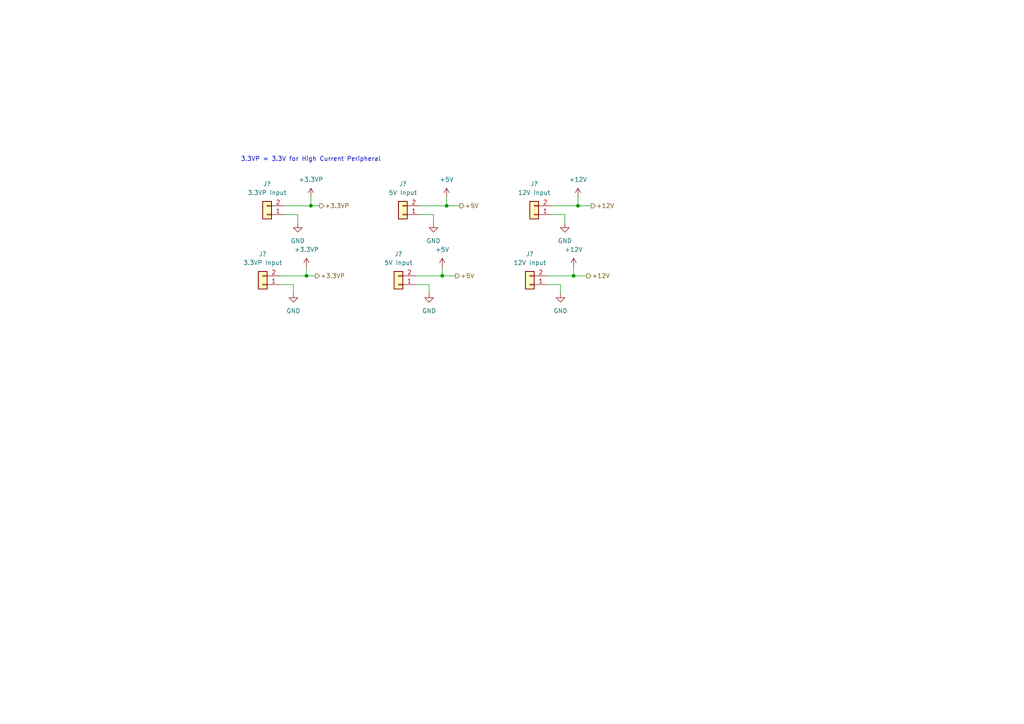
<source format=kicad_sch>
(kicad_sch (version 20211123) (generator eeschema)
  (paper "A4")
  (lib_symbols
    (symbol "Connector_Generic:Conn_01x02" (pin_names (offset 1.016) hide)
      (property "Reference" "J" (at 0 2.54 0))
      (property "Value" "Conn_01x02" (at 0 -5.08 0))
      (symbol "Conn_01x02_1_1"
        (rectangle (start -1.27 -2.413) (end 0 -2.667) (stroke (width 0.1524)))
        (rectangle (start -1.27 0.127) (end 0 -0.127) (stroke (width 0.1524)))
        (rectangle (start -1.27 1.27) (end 1.27 -3.81) (stroke (width 0.254)) (fill (type background)))
        (pin passive line (at -5.08 0 0) (length 3.81) (name "Pin_1") (number "1"))
        (pin passive line (at -5.08 -2.54 0) (length 3.81) (name "Pin_2") (number "2"))
      )
    )
    (symbol "power:+12V" (power) (pin_names (offset 0))
      (property "Value" "+12V" (at 0 3.556 0))
      (symbol "+12V_0_1"
        (polyline (pts (xy -0.762 1.27) (xy 0 2.54)))
        (polyline (pts (xy 0 0) (xy 0 2.54)))
        (polyline (pts (xy 0 2.54) (xy 0.762 1.27)))
      )
      (symbol "+12V_1_1"
        (pin power_in line (at 0 0 90) (length 0) hide (name "+12V") (number "1"))
      )
    )
    (symbol "power:+3.3VP" (power) (pin_names (offset 0))
      (property "Value" "+3.3VP" (at 0 2.54 0))
      (symbol "+3.3VP_0_0"
        (pin power_in line (at 0 0 90) (length 0) hide (name "+3.3VP") (number "1"))
      )
      (symbol "+3.3VP_0_1"
        (polyline (pts (xy -0.762 1.27) (xy 0 2.54)))
        (polyline (pts (xy 0 0) (xy 0 2.54)))
        (polyline (pts (xy 0 2.54) (xy 0.762 1.27)))
      )
    )
    (symbol "power:+5V" (power) (pin_names (offset 0))
      (property "Value" "+5V" (at 0 3.556 0))
      (symbol "+5V_0_1"
        (polyline (pts (xy -0.762 1.27) (xy 0 2.54)))
        (polyline (pts (xy 0 0) (xy 0 2.54)))
        (polyline (pts (xy 0 2.54) (xy 0.762 1.27)))
      )
      (symbol "+5V_1_1"
        (pin power_in line (at 0 0 90) (length 0) hide (name "+5V") (number "1"))
      )
    )
    (symbol "power:GND" (power) (pin_names (offset 0))
      (property "Value" "GND" (at 0 -3.81 0))
      (symbol "GND_0_1"
        (polyline (pts (xy 0 0) (xy 0 -1.27) (xy 1.27 -1.27) (xy 0 -2.54) (xy -1.27 -1.27) (xy 0 -1.27)))
      )
      (symbol "GND_1_1"
        (pin power_in line (at 0 0 270) (length 0) hide (name "GND") (number "1"))
      )
    )
  )
  (junction (at 166.37 80.01))
  (junction (at 167.64 59.69))
  (junction (at 128.27 80.01))
  (junction (at 129.54 59.69))
  (junction (at 88.9 80.01))
  (junction (at 90.17 59.69))
  (wire (pts (xy 166.37 77.47) (xy 166.37 80.01)))
  (wire (pts (xy 128.27 80.01) (xy 132.08 80.01)))
  (wire (pts (xy 88.9 80.01) (xy 91.44 80.01)))
  (wire (pts (xy 90.17 59.69) (xy 92.71 59.69)))
  (wire (pts (xy 128.27 80.01) (xy 120.65 80.01)))
  (wire (pts (xy 120.65 82.55) (xy 124.46 82.55)))
  (wire (pts (xy 90.17 57.15) (xy 90.17 59.69)))
  (wire (pts (xy 88.9 77.47) (xy 88.9 80.01)))
  (wire (pts (xy 88.9 80.01) (xy 81.28 80.01)))
  (wire (pts (xy 129.54 59.69) (xy 133.35 59.69)))
  (wire (pts (xy 160.02 62.23) (xy 163.83 62.23)))
  (wire (pts (xy 129.54 59.69) (xy 121.92 59.69)))
  (wire (pts (xy 167.64 59.69) (xy 160.02 59.69)))
  (wire (pts (xy 166.37 80.01) (xy 170.18 80.01)))
  (wire (pts (xy 158.75 82.55) (xy 162.56 82.55)))
  (wire (pts (xy 162.56 82.55) (xy 162.56 85.09)))
  (wire (pts (xy 90.17 59.69) (xy 82.55 59.69)))
  (wire (pts (xy 167.64 57.15) (xy 167.64 59.69)))
  (wire (pts (xy 128.27 77.47) (xy 128.27 80.01)))
  (wire (pts (xy 121.92 62.23) (xy 125.73 62.23)))
  (wire (pts (xy 86.36 62.23) (xy 86.36 64.77)))
  (wire (pts (xy 82.55 62.23) (xy 86.36 62.23)))
  (wire (pts (xy 166.37 80.01) (xy 158.75 80.01)))
  (wire (pts (xy 163.83 62.23) (xy 163.83 64.77)))
  (wire (pts (xy 85.09 82.55) (xy 85.09 85.09)))
  (wire (pts (xy 129.54 57.15) (xy 129.54 59.69)))
  (wire (pts (xy 125.73 62.23) (xy 125.73 64.77)))
  (wire (pts (xy 124.46 82.55) (xy 124.46 85.09)))
  (wire (pts (xy 81.28 82.55) (xy 85.09 82.55)))
  (wire (pts (xy 167.64 59.69) (xy 171.45 59.69)))
  (text "3.3VP = 3.3V for High Current Peripheral" (at 110.49 46.99 180) (effects (font (size 1.27 1.27)) (justify right bottom)))
  (hierarchical_label "+12V" (shape output) (at 170.18 80.01 0))
  (hierarchical_label "+3.3VP" (shape output) (at 92.71 59.69 0))
  (hierarchical_label "+5V" (shape output) (at 133.35 59.69 0))
  (hierarchical_label "+3.3VP" (shape output) (at 91.44 80.01 0))
  (hierarchical_label "+12V" (shape output) (at 171.45 59.69 0))
  (hierarchical_label "+5V" (shape output) (at 132.08 80.01 0))
  (symbol (lib_id "power:GND") (at 163.83 64.77 0) (unit 1)
    (property "Reference" "#PWR?" (effects hide))
    (property "Value" "GND" (at 163.83 69.85 0))
  )
  (symbol (lib_id "Connector_Generic:Conn_01x02") (at 116.84 62.23 180) (unit 1)
    (property "Reference" "J?" (at 116.84 53.34 0))
    (property "Value" "5V Input" (at 116.84 55.88 0))
  )
  (symbol (lib_id "power:+12V") (at 167.64 57.15 0) (unit 1)
    (property "Reference" "#PWR?" (effects hide))
    (property "Value" "+12V" (at 167.64 52.07 0))
  )
  (symbol (lib_id "power:GND") (at 124.46 85.09 0) (unit 1)
    (property "Reference" "#PWR?" (effects hide))
    (property "Value" "GND" (at 124.46 90.17 0))
  )
  (symbol (lib_id "power:+3.3VP") (at 90.17 57.15 0) (unit 1)
    (property "Reference" "#PWR?" (effects hide))
    (property "Value" "+3.3VP" (at 90.17 52.07 0))
  )
  (symbol (lib_id "power:GND") (at 86.36 64.77 0) (unit 1)
    (property "Reference" "#PWR?" (effects hide))
    (property "Value" "GND" (at 86.36 69.85 0))
  )
  (symbol (lib_id "power:GND") (at 125.73 64.77 0) (unit 1)
    (property "Reference" "#PWR?" (effects hide))
    (property "Value" "GND" (at 125.73 69.85 0))
  )
  (symbol (lib_id "power:+12V") (at 166.37 77.47 0) (unit 1)
    (property "Reference" "#PWR?" (effects hide))
    (property "Value" "+12V" (at 166.37 72.39 0))
  )
  (symbol (lib_id "Connector_Generic:Conn_01x02") (at 77.47 62.23 180) (unit 1)
    (property "Reference" "J?" (at 77.47 53.34 0))
    (property "Value" "3.3VP Input" (at 77.47 55.88 0))
  )
  (symbol (lib_id "power:+5V") (at 129.54 57.15 0) (unit 1)
    (property "Reference" "#PWR?" (effects hide))
    (property "Value" "+5V" (at 129.54 52.07 0))
  )
  (symbol (lib_id "Connector_Generic:Conn_01x02") (at 76.2 82.55 180) (unit 1)
    (property "Reference" "J?" (at 76.2 73.66 0))
    (property "Value" "3.3VP Input" (at 76.2 76.2 0))
  )
  (symbol (lib_id "power:+3.3VP") (at 88.9 77.47 0) (unit 1)
    (property "Reference" "#PWR?" (effects hide))
    (property "Value" "+3.3VP" (at 88.9 72.39 0))
  )
  (symbol (lib_id "power:GND") (at 85.09 85.09 0) (unit 1)
    (property "Reference" "#PWR?" (effects hide))
    (property "Value" "GND" (at 85.09 90.17 0))
  )
  (symbol (lib_id "power:+5V") (at 128.27 77.47 0) (unit 1)
    (property "Reference" "#PWR?" (effects hide))
    (property "Value" "+5V" (at 128.27 72.39 0))
  )
  (symbol (lib_id "Connector_Generic:Conn_01x02") (at 154.94 62.23 180) (unit 1)
    (property "Reference" "J?" (at 154.94 53.34 0))
    (property "Value" "12V Input" (at 154.94 55.88 0))
  )
  (symbol (lib_id "Connector_Generic:Conn_01x02") (at 115.57 82.55 180) (unit 1)
    (property "Reference" "J?" (at 115.57 73.66 0))
    (property "Value" "5V Input" (at 115.57 76.2 0))
  )
  (symbol (lib_id "Connector_Generic:Conn_01x02") (at 153.67 82.55 180) (unit 1)
    (property "Reference" "J?" (at 153.67 73.66 0))
    (property "Value" "12V Input" (at 153.67 76.2 0))
  )
  (symbol (lib_id "power:GND") (at 162.56 85.09 0) (unit 1)
    (property "Reference" "#PWR?" (effects hide))
    (property "Value" "GND" (at 162.56 90.17 0))
  )
)
</source>
